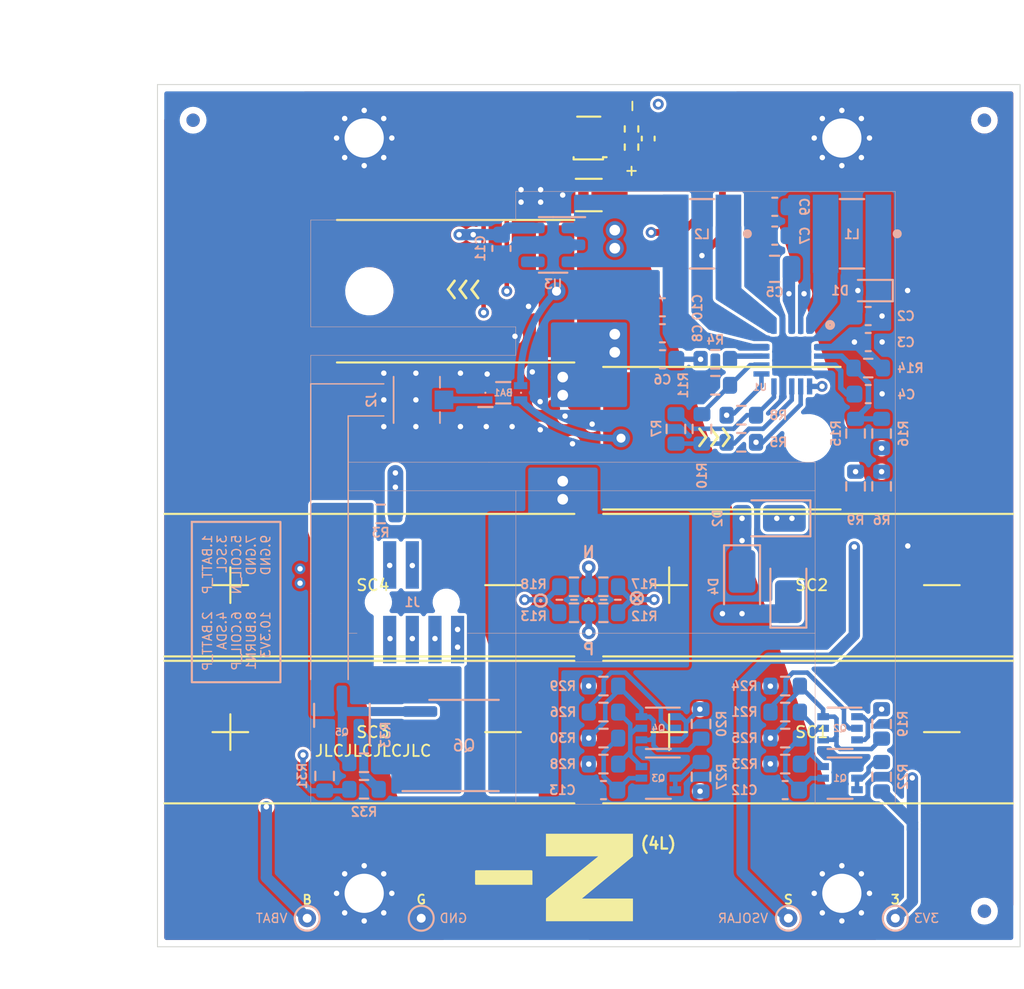
<source format=kicad_pcb>
(kicad_pcb (version 20221018) (generator pcbnew)
  (layers (0 "F.Cu" signal "Top") (1 "In1.Cu" signal) (2 "In2.Cu" signal) (31 "B.Cu" signal "Bottom") (34 "B.Paste" user) (35 "F.Paste" user) (36 "B.SilkS" user "B.Silkscreen") (37 "F.SilkS" user "F.Silkscreen") (38 "B.Mask" user) (39 "F.Mask" user) (44 "Edge.Cuts" user))
  (net 0 "")
  (net 1 "GND")
  (net 2 "+3V3")
  (net 3 "Net-(U1-VREF_SAMP)")
  (net 4 "Net-(U1-VSTOR)")
  (net 5 "VOUT_EN")
  (net 6 "VSOLAR")
  (net 7 "VBAT_OK")
  (net 8 "BATT_P")
  (net 9 "COIL_N")
  (net 10 "COIL_P")
  (net 11 "Net-(D3-K)")
  (net 12 "Net-(J2-ANT)")
  (net 13 "Net-(JP1-Pad2)")
  (net 14 "Net-(U1-LBOOST)")
  (net 15 "Net-(U1-LBUCK)")
  (net 16 "Net-(Q5-G)")
  (net 17 "Net-(Q5-D)")
  (net 18 "/coil")
  (net 19 "/VSOLAR_FULL")
  (net 20 "BURN1")
  (net 21 "Net-(U1-VBAT_OV)")
  (net 22 "Net-(U1-OK_HYST)")
  (net 23 "SDA")
  (net 24 "SCL")
  (net 25 "Net-(U1-OK_PROG)")
  (net 26 "Net-(U1-VOUT_SET)")
  (net 27 "Net-(U1-VOC_SAMP)")
  (net 28 "SCL_LS")
  (net 29 "Net-(Q1B-G1)")
  (net 30 "Net-(Q3B-G1)")
  (net 31 "Net-(Q1A-G2)")
  (net 32 "SDA_LS")
  (net 33 "Net-(Q1A-D1)")
  (net 34 "Net-(Q2A-B1)")
  (net 35 "VBAT")
  (net 36 "Net-(BA1-Pad3)")
  (net 37 "Net-(BA1-Pad4)")
  (net 38 "Net-(Q3A-G2)")
  (net 39 "/VBURN")
  (net 40 "Net-(Q3A-D1)")
  (net 41 "Net-(Q4A-B1)")
  (net 42 "Net-(U1-VRDIV)")
  (net 43 "Net-(U1-VOUT)")
  (net 44 "Net-(U2-ADDR)")
  (net 46 "Net-(JP2-Pad2)")
  (footprint "solarpanels:KXOB25-05X3F" (layer "F.Cu") (at 83.89 78.65)
    (fp_text reference "SC3")
    (fp_text value "SolarCell_Small")
  )
  (footprint "solarpanels:KXOB25-05X3F" (layer "F.Cu") (at 108.51 70.4)
    (fp_text reference "SC2")
    (fp_text value "SolarCell_Small")
  )
  (footprint "Capacitor_SMD:C_0402_1005Metric" (layer "F.Cu") (at 110.035797 45.33 -90)
    (fp_text reference "C1" hide)
    (fp_text value "0.1uF")
  )
  (footprint "Resistor_SMD:R_0402_1005Metric" (layer "F.Cu") (at 109.1 45.81 -90)
    (fp_text reference "R1" hide)
    (fp_text value "0R")
  )
  (footprint "Resistor_SMD:R_0402_1005Metric" (layer "F.Cu") (at 109.1 44.79 -90)
    (fp_text reference "R2" hide)
    (fp_text value "0R")
  )
  (footprint "solarpanels:MountingHole_2.2mm_M2_DIN965_Pad_TopBottom" (layer "F.Cu") (at 94.1 45.3)
    (fp_text reference "H2" hide)
    (fp_text value "MountingHole")
  )
  (footprint "solarpanels:KXOB25-05X3F" (layer "F.Cu") (at 108.51 78.65)
    (fp_text reference "SC1")
    (fp_text value "SolarCell_Small")
  )
  (footprint "custom-footprints:ypanel" (layer "F.Cu") (at 106.08 86.5632)
    (fp_text reference "Ref**" hide)
    (fp_text value "Val**" hide)
  )
  (footprint "solarpanels:KXOB25-05X3F" (layer "F.Cu") (at 83.89 70.4)
    (fp_text reference "SC4")
    (fp_text value "SolarCell_Small")
  )
  (footprint "Resistor_SMD:R_1206_3216Metric" (layer "F.Cu") (at 106.7 48.5 180)
    (fp_text reference "R34" hide)
    (fp_text value "1R")
  )
  (footprint "solarpanels:Burn-Wire" (layer "F.Cu") (at 105.24 62.15 180)
    (fp_text reference "JP1" hide)
    (fp_text value "BurnWire")
  )
  (footprint "solarpanels:MountingHole_2.2mm_M2_DIN965_Pad_TopBottom" (layer "F.Cu") (at 120.900012 87.700002)
    (fp_text reference "H4" hide)
    (fp_text value "MountingHole")
  )
  (footprint "solarpanels:Burn-Wire" (layer "F.Cu") (at 108.16 53.9 180)
    (fp_text reference "JP2" hide)
    (fp_text value "BurnWire")
  )
  (footprint "solarpanels:MountingHole_2.2mm_M2_DIN965_Pad_TopBottom" (layer "F.Cu") (at 94.09999 87.700002)
    (fp_text reference "H3" hide)
    (fp_text value "MountingHole")
  )
  (footprint "Fiducial:Fiducial_0.75mm_Mask1.5mm" (layer "F.Cu") (at 128.9 88.7)
    (fp_text reference "REF**" hide)
    (fp_text value "Fiducial_0.75mm_Mask1.5mm")
  )
  (footprint "solarpanels:Antenna Mount" (layer "F.Cu") (at 104.89 53.9 180)
    (fp_text reference "H6" hide)
    (fp_text value "MountingHole_Pad")
  )
  (footprint "Fiducial:Fiducial_0.75mm_Mask1.5mm" (layer "F.Cu") (at 128.9 44.3)
    (fp_text reference "REF**" hide)
    (fp_text value "Fiducial_0.75mm_Mask1.5mm")
  )
  (footprint "Fiducial:Fiducial_0.75mm_Mask1.5mm" (layer "F.Cu") (at 84.5 44.3)
    (fp_text reference "REF**" hide)
    (fp_text value "Fiducial_0.75mm_Mask1.5mm")
  )
  (footprint "solarpanels:Antenna Mount" (layer "F.Cu") (at 108.51 62.15)
    (fp_text reference "H5" hide)
    (fp_text value "MountingHole_Pad")
  )
  (footprint "Package_TO_SOT_SMD:SOT-583-8" (layer "F.Cu") (at 106.7 45.3 180)
    (fp_text reference "U2" hide)
    (fp_text value "OPT4001")
  )
  (footprint "solarpanels:MountingHole_2.2mm_M2_DIN965_Pad_TopBottom" (layer "F.Cu") (at 120.900012 45.300011)
    (fp_text reference "H1" hide)
    (fp_text value "MountingHole")
  )
  (footprint "Capacitor_SMD:C_0805_2012Metric" (layer "B.Cu") (at 117.125195 52.6436 180)
    (fp_text reference "C5")
    (fp_text value "100uF")
  )
  (footprint "Capacitor_SMD:C_0603_1608Metric" (layer "B.Cu") (at 117.135195 49.16 180)
    (fp_text reference "C9")
    (fp_text value "0.1uF")
  )
  (footprint "Capacitor_SMD:C_0603_1608Metric" (layer "B.Cu") (at 110.83 56.26 180)
    (fp_text reference "C8")
    (fp_text value "22uF")
  )
  (footprint "Capacitor_SMD:C_0603_1608Metric" (layer "B.Cu") (at 110.835 57.72 180)
    (fp_text reference "C6")
    (fp_text value "1uF")
  )
  (footprint "Capacitor_SMD:C_0603_1608Metric" (layer "B.Cu") (at 122.380195 59.6736)
    (fp_text reference "C4")
    (fp_text value "10nF")
  )
  (footprint "solarpanels:LPS4018" (layer "B.Cu") (at 113.057284 50.676056 180)
    (fp_text reference "L2")
    (fp_text value "10uH-LPS4018-103MR")
  )
  (footprint "Resistor_SMD:R_0603_1608Metric" (layer "B.Cu") (at 121.67 61.89 90)
    (fp_text reference "R15")
    (fp_text value "DNI (0R)")
  )
  (footprint "Resistor_SMD:R_0603_1608Metric" (layer "B.Cu") (at 121.67 64.855 90)
    (fp_text reference "R9")
    (fp_text value "4.53M")
  )
  (footprint "Resistor_SMD:R_0603_1608Metric" (layer "B.Cu") (at 113.8 59.18)
    (fp_text reference "R11")
    (fp_text value "4.75M")
  )
  (footprint "Resistor_SMD:R_0603_1608Metric" (layer "B.Cu") (at 111.59 61.63 -90)
    (fp_text reference "R7")
    (fp_text value "374K")
  )
  (footprint "Resistor_SMD:R_0603_1608Metric" (layer "B.Cu") (at 113.8 57.72 180)
    (fp_text reference "R4")
    (fp_text value "0R")
  )
  (footprint "Resistor_SMD:R_0603_1608Metric" (layer "B.Cu") (at 115.26 60.86)
    (fp_text reference "R8")
    (fp_text value "8.25M")
  )
  (footprint "Resistor_SMD:R_0603_1608Metric" (layer "B.Cu") (at 122.380195 58.2136)
    (fp_text reference "R14")
    (fp_text value "DNI (0R)")
  )
  (footprint "Resistor_SMD:R_0603_1608Metric" (layer "B.Cu") (at 113.05 61.63 -90)
    (fp_text reference "R10")
    (fp_text value "8.25M")
  )
  (footprint "solarpanels:QFN50P350X350X100-21N-D" (layer "B.Cu") (at 118.090195 57.5436 180)
    (fp_text reference "U1")
    (fp_text value "BQ25570RGRR" hide)
  )
  (footprint "solarpanels:LPS4018" (layer "B.Cu") (at 121.467284 50.676056 180)
    (fp_text reference "L1")
    (fp_text value "22uH-LPS4018-223MR")
  )
  (footprint "Resistor_SMD:R_0603_1608Metric" (layer "B.Cu") (at 123.13 61.89 90)
    (fp_text reference "R16")
    (fp_text value "0R")
  )
  (footprint "Resistor_SMD:R_0603_1608Metric" (layer "B.Cu") (at 115.26 62.38 180)
    (fp_text reference "R5")
    (fp_text value "7.32M")
  )
  (footprint "Capacitor_SMD:C_0603_1608Metric" (layer "B.Cu") (at 117.135195 50.78 180)
    (fp_text reference "C7")
    (fp_text value "4.7uF")
  )
  (footprint "Resistor_SMD:R_0603_1608Metric" (layer "B.Cu") (at 123.13 64.855 90)
    (fp_text reference "R6")
    (fp_text value "5.62M")
  )
  (footprint "Capacitor_SMD:C_0603_1608Metric" (layer "B.Cu") (at 122.380195 55.2936 180)
    (fp_text reference "C2")
    (fp_text value "0.1uF")
  )
  (footprint "Capacitor_SMD:C_0603_1608Metric" (layer "B.Cu") (at 122.380195 56.7536)
    (fp_text reference "C3")
    (fp_text value "4.7uF")
  )
  (footprint "TestPoint:TestPoint_THTPad_D1.0mm_Drill0.5mm" (layer "B.Cu") (at 97.3 89.1)
    (fp_text reference "TP2" hide)
    (fp_text value "TP")
  )
  (footprint "TestPoint:TestPoint_THTPad_D1.0mm_Drill0.5mm" (layer "B.Cu") (at 123.9 89.1)
    (fp_text reference "TP3" hide)
    (fp_text value "TP")
  )
  (footprint "TestPoint:TestPoint_THTPad_D1.0mm_Drill0.5mm" (layer "B.Cu") (at 90.9 89.1)
    (fp_text reference "TP4" hide)
    (fp_text value "TP")
  )
  (footprint "TestPoint:TestPoint_THTPad_D1.0mm_Drill0.5mm" (layer "B.Cu") (at 117.9 89.1)
    (fp_text reference "TP1" hide)
    (fp_text value "TP")
  )
  (footprint "Resistor_SMD:R_0603_1608Metric" (layer "B.Cu") (at 105.87 70.49)
    (fp_text reference "R18")
    (fp_text value "0R")
  )
  (footprint "Resistor_SMD:R_0603_1608Metric" (layer "B.Cu") (at 107.52 70.49)
    (fp_text reference "R17")
    (fp_text value "0R")
  )
  (footprint "Resistor_SMD:R_0603_1608Metric" (layer "B.Cu") (at 107.52 71.95)
    (fp_text reference "R12")
    (fp_text value "0R")
  )
  (footprint "Resistor_SMD:R_0603_1608Metric" (layer "B.Cu") (at 105.87 71.95)
    (fp_text reference "R13")
    (fp_text value "0R")
  )
  (footprint "Diode_SMD:D_SOD-523" (layer "B.Cu") (at 122.5 53.8636 180)
    (fp_text reference "D1")
    (fp_text value "SZMM5Z5V1T1G")
  )
  (footprint "Resistor_SMD:R_0603_1608Metric" (layer "B.Cu") (at 123.13 81.155 90)
    (fp_text reference "R22")
    (fp_text value "100K")
  )
  (footprint "Resistor_SMD:R_0603_1608Metric" (layer "B.Cu") (at 107.525 77.525)
    (fp_text reference "R26")
    (fp_text value "680R")
  )
  (footprint "Capacitor_SMD:C_0603_1608Metric" (layer "B.Cu") (at 101.8 51.5 -90)
    (fp_text reference "C11")
    (fp_text value "0.1uF")
  )
  (footprint "Fiducial:Fiducial_0.75mm_Mask1.5mm" (layer "B.Cu") (at 128.9 44.3 180)
    (fp_text reference "REF**" hide)
    (fp_text value "Fiducial_0.75mm_Mask1.5mm")
  )
  (footprint "Resistor_SMD:R_0603_1608Metric" (layer "B.Cu") (at 117.72 77.525)
    (fp_text reference "R21")
    (fp_text value "680R")
  )
  (footprint "Resistor_SMD:R_0603_1608Metric" (layer "B.Cu") (at 113 78.19 90)
    (fp_text reference "R20")
    (fp_text value "DNI (0R)")
  )
  (footprint "Capacitor_SMD:C_0603_1608Metric" (layer "B.Cu") (at 117.72 81.905 180)
    (fp_text reference "C12")
    (fp_text value "10nF")
  )
  (footprint "solarpanels:ATB2012" (layer "B.Cu") (at 101.9 59.6)
    (fp_text reference "BA1")
    (fp_text value "ATB2012-50011-T000")
  )
  (footprint "Resistor_SMD:R_0603_1608Metric" (layer "B.Cu") (at 113 81.155 90)
    (fp_text reference "R27")
    (fp_text value "100K")
  )
  (footprint "Resistor_SMD:R_0603_1608Metric" (layer "B.Cu") (at 91.88 81.11 90)
    (fp_text reference "R31")
    (fp_text value "10K")
  )
  (footprint "Resistor_SMD:R_0603_1608Metric" (layer "B.Cu") (at 123.13 78.19 90)
    (fp_text reference "R19")
    (fp_text value "DNI (0R)")
  )
  (footprint "Resistor_SMD:R_0603_1608Metric" (layer "B.Cu") (at 94.09 80.37)
    (fp_text reference "R33")
    (fp_text value "100K")
  )
  (footprint "Resistor_SMD:R_0603_1608Metric" (layer "B.Cu") (at 94.09 81.86 180)
    (fp_text reference "R32")
    (fp_text value "4.7K")
  )
  (footprint "Diode_SMD:D_PowerDI-123" (layer "B.Cu") (at 116.825 66.65 180)
    (fp_text reference "D2")
    (fp_text value "DFLS130L-7")
  )
  (footprint "Resistor_SMD:R_0603_1608Metric" (layer "B.Cu") (at 117.72 80.445)
    (fp_text reference "R23")
    (fp_text value "10K")
  )
  (footprint "Fiducial:Fiducial_0.75mm_Mask1.5mm" (layer "B.Cu") (at 128.9 88.7 180)
    (fp_text reference "REF**" hide)
    (fp_text value "Fiducial_0.75mm_Mask1.5mm")
  )
  (footprint "Fiducial:Fiducial_0.75mm_Mask1.5mm" (layer "B.Cu") (at 84.5 44.3 180)
    (fp_text reference "REF**" hide)
    (fp_text value "Fiducial_0.75mm_Mask1.5mm")
  )
  (footprint "Resistor_SMD:R_0603_1608Metric" (layer "B.Cu") (at 107.525 78.985)
    (fp_text reference "R30")
    (fp_text value "200K")
  )
  (footprint "Resistor_SMD:R_0603_1608Metric" (layer "B.Cu") (at 117.72 76.065)
    (fp_text reference "R24")
    (fp_text value "10K")
  )
  (footprint "Package_TO_SOT_SMD:SOT-363_SC-70-6" (layer "B.Cu") (at 110.605 81.235 180)
    (fp_text reference "Q3")
    (fp_text value "NX3008NBKS")
  )
  (footprint "custom-footprints:pycubed_mini_half" (layer "B.Cu") (at 106.8 44.6 180)
    (fp_text reference "Ref**" hide)
    (fp_text value "Val**" hide)
  )
  (footprint "Resistor_SMD:R_0603_1608Metric" (layer "B.Cu") (at 95.025 66.4)
    (fp_text reference "R3")
    (fp_text value "0R")
  )
  (footprint "Package_TO_SOT_SMD:SOT-23" (layer "B.Cu") (at 92.85 77.71 90)
    (fp_text reference "Q5")
    (fp_text value "IRLML2803")
  )
  (footprint "Resistor_SMD:R_0603_1608Metric" (layer "B.Cu") (at 117.72 78.985)
    (fp_text reference "R25")
    (fp_text value "200K")
  )
  (footprint "mainboard:U.FL-R-SMT-1" (layer "B.Cu") (at 97.05 60 -90)
    (fp_text reference "J2")
    (fp_text value "U.FL-R-SMT-1")
  )
  (footprint "Package_TO_SOT_SMD:SOT-363_SC-70-6" (layer "B.Cu") (at 120.8 78.435 180)
    (fp_text reference "Q2")
    (fp_text value "MBT2222ADW1T1")
  )
  (footprint "Resistor_SMD:R_0603_1608Metric" (layer "B.Cu") (at 107.525 76.065)
    (fp_text reference "R29")
    (fp_text value "10K")
  )
  (footprint "Package_TO_SOT_SMD:SOT-363_SC-70-6" (layer "B.Cu") (at 120.8 81.235 180)
    (fp_text reference "Q1")
    (fp_text value "NX3008NBKS")
  )
  (footprint "Package_TO_SOT_SMD:SOT-23-5" (layer "B.Cu") (at 104.7 51.3 180)
    (fp_text reference "U3")
    (fp_text value "MAX40200AUK")
  )
  (footprint "Package_SO:SOIC-8_3.9x4.9mm_P1.27mm" (layer "B.Cu") (at 99.7 79.4)
    (fp_text reference "Q6")
    (fp_text value "IRF7404")
  )
  (footprint "Package_TO_SOT_SMD:SOT-363_SC-70-6" (layer "B.Cu") (at 110.605 78.435 180)
    (fp_text reference "Q4")
    (fp_text value "MBT2222ADW1T1")
  )
  (footprint "Capacitor_SMD:C_0603_1608Metric" (layer "B.Cu") (at 107.525 81.905 180)
    (fp_text reference "C13")
    (fp_text value "10nF")
  )
  (footprint "Resistor_SMD:R_0603_1608Metric" (layer "B.Cu") (at 107.525 80.445)
    (fp_text reference "R28")
    (fp_text value "10K")
  )
  (footprint "Capacitor_SMD:C_0603_1608Metric" (layer "B.Cu") (at 110.83096 54.8 180)
    (fp_text reference "C10")
    (fp_text value "0.1uF")
  )
  (footprint "Diode_SMD:D_PowerDI-123" (layer "B.Cu") (at 115.3 70.475 -90)
    (fp_text reference "D4")
    (fp_text value "DFLS130L-7")
  )
  (footprint "solarpanels:SAMTEC-FTS-105-01-X-DV-A" (layer "B.Cu") (at 96.8 71.36 180)
    (fp_text reference "J1")
    (fp_text value "FTS-105-01-X-DV-A")
  )
  (footprint "Diode_SMD:D_PowerDI-123" (layer "B.Cu") (at 117.9 70.475 90)
    (fp_text reference "D3" hide)
    (fp_text value "DFLS130L-7")
  )
  (gr_line (start 106.02875 71.22) (end 105.71125 71.22) (stroke (width 0.12)) (layer "B.SilkS"))
  (gr_line (start 106.53125 71.2) (end 106.84875 71.2) (stroke (width 0.12)) (layer "B.SilkS"))
  (gr_line (start 107.37125 71.22) (end 107.68875 71.22) (stroke (width 0.12)) (layer "B.SilkS"))
  (gr_line (start 104.89125 71.22) (end 105.20875 71.22) (stroke (width 0.12)) (layer "B.SilkS"))
  (gr_line (start 108.48875 71.22) (end 108.17125 71.22) (stroke (width 0.12)) (layer "B.SilkS"))
  (gr_line (start 93.2 65.05) (end 93.2 60.9) (stroke (width 0.0762)) (layer "B.SilkS"))
  (gr_line (start 91.1 82.7) (end 91.1 65.1) (stroke (width 0.0254)) (layer "B.SilkS"))
  (gr_line (start 93.7 74.7) (end 93.2 74.7) (stroke (width 0.0254)) (layer "B.SilkS"))
  (gr_line (start 99.9 73.1) (end 119.4 73.1) (stroke (width 0.0254)) (layer "B.SilkS"))
  (gr_line (start 91.1 71.99) (end 91.1 75.7) (stroke (width 0.0762)) (layer "B.SilkS"))
  (gr_line (start 102.6 55.9) (end 91.1 55.9) (stroke (width 0.0254)) (layer "B.SilkS"))
  (gr_line (start 91.1 59.1) (end 95.2 59.1) (stroke (width 0.0762)) (layer "B.SilkS"))
  (gr_line (start 101.1 63.5) (end 119.4 63.5) (stroke (width 0.0254)) (layer "B.SilkS"))
  (gr_line (start 99.9 74.7) (end 119.4 74.7) (stroke (width 0.0254)) (layer "B.SilkS"))
  (gr_rect (start 84.43 66.85) (end 89.4 75.85) (stroke (width 0.12)) (fill none) (layer "B.SilkS"))
  (gr_line (start 93.2 60.9) (end 95.2 60.9) (stroke (width 0.0762)) (layer "B.SilkS"))
  (gr_line (start 91.1 57.5) (end 102.6 57.5) (stroke (width 0.0254)) (layer "B.SilkS"))
  (gr_line (start 119.4 63.5) (end 119.4 82.7) (stroke (width 0.0254)) (layer "B.SilkS"))
  (gr_line (start 101.1 63.5) (end 93.2 63.5) (stroke (width 0.0254)) (layer "B.SilkS"))
  (gr_line (start 93.7 73.1) (end 93.2 73.1) (stroke (width 0.0254)) (layer "B.SilkS"))
  (gr_line (start 123.9 48.3) (end 123.9 82.7) (stroke (width 0.0254)) (layer "B.SilkS"))
  (gr_line (start 93.2 65.05) (end 93.2 71.94) (stroke (width 0.0762)) (layer "B.SilkS"))
  (gr_line (start 102.6 48.3) (end 123.9 48.3) (stroke (width 0.0254)) (layer "B.SilkS"))
  (gr_line (start 91.1 65.1) (end 91.1 59.1) (stroke (width 0.0762)) (layer "B.SilkS"))
  (gr_line (start 123.9 82.7) (end 91.1 82.7) (stroke (width 0.0254)) (layer "B.SilkS"))
  (gr_line (start 91.1 55.9) (end 91.1 49.9) (stroke (width 0.0254)) (layer "B.SilkS"))
  (gr_line (start 91.1 49.9) (end 102.6 49.9) (stroke (width 0.0254)) (layer "B.SilkS"))
  (gr_line (start 102.6 55.9) (end 102.6 57.5) (stroke (width 0.0254)) (layer "B.SilkS"))
  (gr_line (start 91.1 63.5) (end 91.1 57.5) (stroke (width 0.0254)) (layer "B.SilkS"))
  (gr_line (start 102.6 49.9) (end 102.6 48.3) (stroke (width 0.0254)) (layer "B.SilkS"))
  (gr_line (start 93.2 71.95) (end 93.2 75.7) (stroke (width 0.0762)) (layer "B.SilkS"))
  (gr_line (start 102.61 82.7) (end 102.61 65.1) (stroke (width 0.0254)) (layer "B.SilkS"))
  (gr_line (start 93.2 65.1) (end 119.4 65.1) (stroke (width 0.0254)) (layer "B.SilkS"))
  (gr_line (start 91.1 65.1) (end 91.1 71.99) (stroke (width 0.0762)) (layer "B.SilkS"))
  (gr_line (start 82.5 90.7) (end 82.5 42.3) (stroke (width 0.05)) (layer "Edge.Cuts"))
  (gr_line (start 82.5 42.3) (end 130.9 42.3) (stroke (width 0.05)) (layer "Edge.Cuts"))
  (gr_line (start 82.5 90.7) (end 130.9 90.7) (stroke (width 0.05)) (layer "Edge.Cuts"))
  (gr_line (start 130.9 42.3) (end 130.9 90.7) (stroke (width 0.05)) (layer "Edge.Cuts"))
  (gr_text "GND" (at 99.93 89.1) (layer "B.SilkS") (effects (font (size 0.508 0.508) (thickness 0.0762)) (justify left mirror)))
  (gr_text "VSOLAR" (at 116.81 89.1) (layer "B.SilkS") (effects (font (size 0.508 0.508) (thickness 0.0762)) (justify left mirror)))
  (gr_text "VBAT" (at 89.84 89.1) (layer "B.SilkS") (effects (font (size 0.508 0.508) (thickness 0.0762)) (justify left mirror)))
  (gr_text "3V3" (at 126.4 89.1) (layer "B.SilkS") (effects (font (size 0.508 0.508) (thickness 0.0762)) (justify left mirror)))
  (gr_text "P" (at 106.69 74) (layer "B.SilkS") (effects (font (size 0.635 0.635) (thickness 0.127)) (justify mirror)))
  (gr_text "N" (at 106.69 68.49 180) (layer "B.SilkS") (effects (font (size 0.635 0.635) (thickness 0.127)) (justify mirror)))
  (gr_text "2.BATT_P\n4.SDA\n6.COIL_P\n8.BURN1\n10.3V3" (at 86.94 71.825 90) (layer "B.SilkS") (effects (font (size 0.508 0.508) (thickness 0.0762)) (justify left mirror)))
  (gr_text "⊗" (at 109.4 71.2 180) (layer "B.SilkS") (effects (font (size 0.889 0.889) (thickness 0.127)) (justify mirror)))
  (gr_text "1.BATT_P\n3.SCL\n5.COIL_N\n7.GND\n9.GND" (at 86.94 67.525 90) (layer "B.SilkS") (effects (font (size 0.508 0.508) (thickness 0.0762)) (justify left mirror)))
  (gr_text "⊙" (at 104 71.2) (layer "B.SilkS") (effects (font (size 0.889 0.889) (thickness 0.127)) (justify mirror)))
  (gr_text "+" (at 109.1 47.1) (layer "F.SilkS") (effects (font (size 0.635 0.635) (thickness 0.1016))))
  (gr_text "^" (at 113.1 62.1 270) (layer "F.SilkS") (effects (font (size 2.54 2.54))))
  (gr_text "(4L)" (at 110.6 84.9) (layer "F.SilkS") (effects (font (size 0.635 0.635) (thickness 0.127))))
  (gr_text "^" (at 111.78 62.1 270) (layer "F.SilkS") (effects (font (size 2.54 2.54))))
  (gr_text "^" (at 112.45 62.1 270) (layer "F.SilkS") (effects (font (size 2.54 2.54))))
  (gr_text "G" (at 97.3 88.05) (layer "F.SilkS") (effects (font (size 0.508 0.508) (thickness 0.1016))))
  (gr_text "JLCJLCJLCJLC" (at 94.6 79.7) (layer "F.SilkS") (effects (font (size 0.635 0.635) (thickness 0.1016))))
  (gr_text "3" (at 123.9 88.05) (layer "F.SilkS") (effects (font (size 0.508 0.508) (thickness 0.1016))))
  (gr_text "-" (at 109.1 43.5 90) (layer "F.SilkS") (effects (font (size 0.635 0.635) (thickness 0.1016))))
  (gr_text "B" (at 90.9 88.06) (layer "F.SilkS") (effects (font (size 0.508 0.508) (thickness 0.1016))))
  (gr_text "^" (at 100.95 53.8 90) (layer "F.SilkS") (effects (font (size 2.54 2.54))))
  (gr_text "^" (at 100.3 53.8 90) (layer "F.SilkS") (effects (font (size 2.54 2.54))))
  (gr_text "S" (at 117.9 88.05) (layer "F.SilkS") (effects (font (size 0.508 0.508) (thickness 0.1016))))
  (gr_text "^" (at 101.62 53.8 90) (layer "F.SilkS") (effects (font (size 2.54 2.54))))
  (gr_text "^" (at 106.69 71.75) (layer "F.SilkS") (effects (font (size 1 1))))
  (segment (start 112.35 44.55) (end 107.44 44.55) (width 0.381) (layer "F.Cu") (net 1))
  (segment (start 114.2 46.4) (end 112.35 44.55) (width 0.381) (layer "F.Cu") (net 1))
  (segment (start 114.2 50.75) (end 114.2 46.4) (width 0.381) (layer "F.Cu") (net 1))
  (segment (start 113.05 51.9) (end 114.2 50.75) (width 0.381) (layer "F.Cu") (net 1))
  (via (at 102.9 48.9) (size 0.6096) (drill 0.3048) (layers "F.Cu" "B.Cu") (net 1))
  (via (at 113.05 51.9) (size 0.6096) (drill 0.3048) (layers "F.Cu" "B.Cu") (net 1))
  (via (at 104 48.201689) (size 0.6096) (drill 0.3048) (layers "F.Cu" "B.Cu") (net 1))
  (via (at 103.980099 61.676133) (size 0.6096) (drill 0.3048) (layers "F.Cu" "B.Cu") (net 1))
  (via (at 121.8 53.8636) (size 0.6096) (drill 0.3048) (layers "F.Cu" "B.Cu") (net 1))
  (via (at 103.97 60.1) (size 0.6096) (drill 0.3048) (layers "F.Cu" "B.Cu") (net 1))
  (via (at 99.5 61.5) (size 0.6096) (drill 0.3048) (layers "F.Cu" "B.Cu") (net 1))
  (via (at 101 58.55) (size 0.6096) (drill 0.3048) (layers "F.Cu" "B.Cu") (net 1))
  (via (at 102.56 56.43) (size 0.6096) (drill 0.3048) (layers "F.Cu" "B.Cu") (net 1))
  (via (at 105.787905 62.463314) (size 0.6096) (drill 0.3048) (layers "F.Cu" "B.Cu") (net 1))
  (via (at 105.2375 48.5) (size 0.6096) (drill 0.3048) (layers "F.Cu" "B.Cu") (net 1))
  (via (at 102.9 48.201689) (size 0.6096) (drill 0.3048) (layers "F.Cu" "B.Cu") (net 1))
  (via (at 95.2 58.5) (size 0.6096) (drill 0.3048) (layers "F.Cu" "B.Cu") (net 1))
  (via (at 102.4 61.5) (size 0.6096) (drill 0.3048) (layers "F.Cu" "B.Cu") (net 1))
  (via (at 105.37 60.91) (size 0.6096) (drill 0.3048) (layers "F.Cu" "B.Cu") (net 1))
  (via (at 100.95 61.5) (size 0.6096) (drill 0.3048) (layers "F.Cu" "B.Cu") (net 1))
  (via (at 123.16 59.66) (size 0.6096) (drill 0.3048) (layers "F.Cu" "B.Cu") (net 1))
  (via (at 99.5 58.5) (size 0.6096) (drill 0.3048) (layers "F.Cu" "B.Cu") (net 1))
  (via (at 103.531799 58.429759) (size 0.6096) (drill 0.3048) (layers "F.Cu" "B.Cu") (net 1))
  (via (at 124.6 68.2) (size 0.6096) (drill 0.3048) (layers "F.Cu" "B.Cu") (net 1))
  (via (at 124.59 53.86) (size 0.6096) (drill 0.3048) (layers "F.Cu" "B.Cu") (net 1))
  (via (at 97 60) (size 0.6096) (drill 0.3048) (layers "F.Cu" "B.Cu") (net 1))
  (via (at 95.2 60) (size 0.6096) (drill 0.3048) (layers "F.Cu" "B.Cu") (net 1))
  (via (at 97 61.5) (size 0.6096) (drill 0.3048) (layers "F.Cu" "B.Cu") (net 1))
  (via (at 95.2 61.5) (size 0.6096) (drill 0.3048) (layers "F.Cu" "B.Cu") (net 1))
  (via (at 103.32 54.75) (size 0.6096) (drill 0.3048) (layers "F.Cu" "B.Cu") (net 1))
  (via (at 97 58.5) (size 0.6096) (drill 0.3048) (layers "F.Cu" "B.Cu") (net 1))
  (via (at 104 48.9) (size 0.6096) (drill 0.3048) (layers "F.Cu" "B.Cu") (net 1))
  (via (at 106.89 61.36) (size 0.6096) (drill 0.3048) (layers "F.Cu" "B.Cu") (net 1))
  (via (at 123.16 56.75) (size 0.6096) (drill 0.3048) (layers "F.Cu" "B.Cu") (net 1))
  (segment (start 111.975 46.05) (end 107.44 46.05) (width 0.381) (layer "F.Cu") (net 2))
  (segment (start 110.2 50.6) (end 111.95 50.6) (width 0.381) (layer "F.Cu") (net 2))
  (segment (start 112.9 49.65) (end 112.9 46.975) (width 0.381) (layer "F.Cu") (net 2))
  (segment (start 112.9 46.975) (end 111.975 46.05) (width 0.381) (layer "F.Cu") (net 2))
  (segment (start 111.95 50.6) (end 112.9 49.65) (width 0.381) (layer "F.Cu") (net 2))
  (via (at 99.34 72.89) (size 0.6096) (drill 0.3048) (layers "F.Cu" "B.Cu") (net 2))
  (via (at 99.425 50.725) (size 0.6096) (drill 0.3048) (layers "F.Cu" "B.Cu") (net 2))
  (via (at 106.7 80.445) (size 0.6096) (drill 0.3048) (layers "F.Cu" "B.Cu") (net 2))
  (via (at 100.2163 50.725) (size 0.6096) (drill 0.3048) (layers "F.Cu" "B.Cu") (net 2))
  (via (at 124.85 81.22) (size 0.6096) (drill 0.3048) (layers "F.Cu" "B.Cu") (net 2))
  (via (at 99.34 73.88) (size 0.6096) (drill 0.3048) (layers "F.Cu" "B.Cu") (net 2))
  (via (at 112.945 81.97) (size 0.6096) (drill 0.3048) (layers "F.Cu" "B.Cu") (net 2))
  (via (at 116.89 76.07) (size 0.6096) (drill 0.3048) (layers "F.Cu" "B.Cu") (net 2))
  (via (at 106.695 76.06) (size 0.6096) (drill 0.3048) (layers "F.Cu" "B.Cu") (net 2))
  (via (at 110.2 50.6) (size 0.6096) (drill 0.3048) (layers "F.Cu" "B.Cu") (net 2))
  (via (at 116.89 80.43) (size 0.6096) (drill 0.3048) (layers "F.Cu" "B.Cu") (net 2))
  (segment (start 124.86 81.23) (end 124.86 84.11) (width 0.635) (layer "B.Cu") (net 2))
  (segment (start 103.5625 50.35) (end 102.175 50.35) (width 0.635) (layer "B.Cu") (net 2))
  (segment (start 124.86 88.14) (end 123.9 89.1) (width 0.635) (layer "B.Cu") (net 2))
  (segment (start 123.13 81.98) (end 124.86 83.71) (width 0.635) (layer "B.Cu") (net 2))
  (segment (start 100.8 50.725) (end 101.8 50.725) (width 0.635) (layer "B.Cu") (net 2))
  (segment (start 99.425 50.725) (end 100.8 50.725) (width 0.635) (layer "B.Cu") (net 2))
  (segment (start 124.86 84.11) (end 124.86 88.14) (width 0.635) (layer "B.Cu") (net 2))
  (segment (start 124.86 83.71) (end 124.86 84.11) (width 0.635) (layer "B.Cu") (net 2))
  (segment (start 100.2163 50.725) (end 100.8 50.725) (width 0.635) (layer "B.Cu") (net 2))
  (segment (start 102.175 50.35) (end 101.8 50.725) (width 0.635) (layer "B.Cu") (net 2))
  (segment (start 124.85 81.22) (end 124.86 81.23) (width 0.635) (layer "B.Cu") (net 2))
  (segment (start 120.5136 58.0436) (end 120.84 58.37) (width 0.3048) (layer "B.Cu") (net 3))
  (segment (start 120.84 59.34) (end 121.1736 59.6736) (width 0.3048) (layer "B.Cu") (net 3))
  (segment (start 120.84 58.37) (end 120.84 59.34) (width 0.3048) (layer "B.Cu") (net 3))
  (segment (start 121.1736 59.6736) (end 121.605195 59.6736) (width 0.3048) (layer "B.Cu") (net 3))
  (segment (start 119.790195 58.0436) (end 120.5136 58.0436) (width 0.3048) (layer "B.Cu") (net 3))
  (via (at 118.78 54.04) (size 0.6096) (drill 0.3048) (layers "F.Cu" "B.Cu") (net 4))
  (via (at 123.13 62.715) (size 0.6096) (drill 0.3048) (layers "F.Cu" "B.Cu") (net 4))
  (via (at 119.79 59.24) (size 0.6096) (drill 0.3048) (layers "F.Cu" "B.Cu") (net 5))
  (via (at 112.975 57.72) (size 0.6096) (drill 0.3048) (layers "F.Cu" "B.Cu") (net 5))
  (segment (start 119.79 59.24) (end 119.7864 59.2436) (width 0.3048) (layer "B.Cu") (net 5))
  (segment (start 112.975 57.72) (end 111.61 57.72) (width 0.3048) (layer "B.Cu") (net 5))
  (segment (start 119.7864 59.2436) (end 119.090195 59.2436) (width 0.3048) (layer "B.Cu") (net 5))
  (via (at 123.155195 55.2936) (size 0.6096) (drill 0.3048) (layers "F.Cu" "B.Cu") (net 6))
  (via (at 117.25 66.65) (size 0.6096) (drill 0.3048) (layers "F.Cu" "B.Cu") (net 6))
  (via (at 121.6 68.25) (size 0.6096) (drill 0.3048) (layers "F.Cu" "B.Cu") (net 6))
  (via (at 118.1 66.65) (size 0.6096) (drill 0.3048) (layers "F.Cu" "B.Cu") (net 6))
  (via (at 121.605195 56.7536) (size 0.6096) (drill 0.3048) (layers "F.Cu" "B.Cu") (net 6))
  (segment (start 116.8 74.5) (end 120.3 74.5) (width 0.635) (layer "B.Cu") (net 6))
  (segment (start 120.3 74.5) (end 121.6 73.2) (width 0.635) (layer "B.Cu") (net 6))
  (segment (start 123.1136 58.2136) (end 123.205195 58.2136) (width 0.635) (layer "B.Cu") (net 6))
  (segment (start 121.6 73.2) (end 121.6 68.25) (width 0.635) (layer "B.Cu") (net 6))
  (segment (start 121.6536 56.7536) (end 123.1136 58.2136) (width 0.635) (layer "B.Cu") (net 6))
  (segment (start 117.9 89.1) (end 115.3 86.5) (width 0.635) (layer "B.Cu") (net 6))
  (segment (start 115.3 86.5) (end 115.3 76) (width 0.635) (layer "B.Cu") (net 6))
  (segment (start 115.3 76) (end 116.8 74.5) (width 0.635) (layer "B.Cu") (net 6))
  (segment (start 116.390195 57.5436) (end 114.8014 57.5436) (width 0.3048) (layer "B.Cu") (net 7))
  (via (at 106.7 69.4) (size 0.762) (drill 0.381) (layers "F.Cu" "B.Cu") (net 9))
  (via (at 96.8 69.3) (size 0.6096) (drill 0.3048) (layers "F.Cu" "B.Cu") (net 9))
  (segment (start 106.7 70.485) (end 106.695 70.49) (width 0.381) (layer "B.Cu") (net 9))
  (segment (start 106.7 69.4) (end 106.7 70.485) (width 0.381) (layer "B.Cu") (net 9))
  (via (at 106.7 73.05) (size 0.762) (drill 0.381) (layers "F.Cu" "B.Cu") (net 10))
  (via (at 96.8 73.4) (size 0.6096) (drill 0.3048) (layers "F.Cu" "B.Cu") (net 10))
  (segment (start 106.7 71.955) (end 106.695 71.95) (width 0.381) (layer "B.Cu") (net 10))
  (segment (start 106.7 73.05) (end 106.7 71.955) (width 0.381) (layer "B.Cu") (net 10))
  (via (at 115.3 72) (size 0.6096) (drill 0.3048) (layers "F.Cu" "B.Cu") (net 11))
  (via (at 114.2 72) (size 0.6096) (drill 0.3048) (layers "F.Cu" "B.Cu") (net 11))
  (segment (start 115.3 72) (end 114.2 72) (width 1.0414) (layer "B.Cu") (net 11))
  (segment (start 115.3 72) (end 117.9 72) (width 1.0414) (layer "B.Cu") (net 11))
  (segment (start 117.9 72) (end 117.9 71.325) (width 0.254) (layer "B.Cu") (net 11))
  (segment (start 100.925 60) (end 98.575 60) (width 0.381) (layer "B.Cu") (net 12))
  (segment (start 93.82 78.6475) (end 94.0714 78.8989) (width 0.508) (layer "B.Cu") (net 16))
  (segment (start 94.0714 81.0264) (end 94.915 81.87) (width 0.508) (layer "B.Cu") (net 16))
  (segment (start 94.0714 78.8989) (end 94.0714 81.0264) (width 0.508) (layer "B.Cu") (net 16))
  (segment (start 92.87 79.995) (end 92.87 76.7725) (width 0.508) (layer "B.Cu") (net 17))
  (segment (start 92.895 77.495) (end 97.0838 77.495) (width 0.508) (layer "B.Cu") (net 17))
  (segment (start 93.265 80.39) (end 92.87 79.995) (width 0.508) (layer "B.Cu") (net 17))
  (segment (start 92.87 76.7725) (end 92.87 77.47) (width 0.508) (layer "B.Cu") (net 17))
  (segment (start 92.87 77.47) (end 92.895 77.495) (width 0.508) (layer "B.Cu") (net 17))
  (via (at 110.6 43.4) (size 0.6096) (drill 0.3048) (layers "F.Cu" "B.Cu") (net 18))
  (via (at 110.37 71.21) (size 0.6096) (drill 0.3048) (layers "F.Cu" "B.Cu") (net 18))
  (via (at 103.1 71.22) (size 0.6096) (drill 0.3048) (layers "F.Cu" "B.Cu") (net 18))
  (segment (start 104.315 71.22) (end 105.045 70.49) (width 0.3048) (layer "B.Cu") (net 18))
  (segment (start 108.345 71.93) (end 109.065 71.21) (width 0.3048) (layer "B.Cu") (net 18))
  (segment (start 110.37 71.21) (end 109.065 71.21) (width 0.3048) (layer "B.Cu") (net 18))
  (segment (start 105.045 71.95) (end 104.315 71.22) (width 0.3048) (layer "B.Cu") (net 18))
  (segment (start 109.065 71.21) (end 108.345 70.49) (width 0.3048) (layer "B.Cu") (net 18))
  (segment (start 103.1 71.22) (end 104.315 71.22) (width 0.3048) (layer "B.Cu") (net 18))
  (via (at 90.5 70.29) (size 0.6096) (drill 0.3048) (layers "F.Cu" "B.Cu") (net 19))
  (via (at 115.3 66.65) (size 0.6096) (drill 0.3048) (layers "F.Cu" "B.Cu") (net 19))
  (via (at 90.5 69.48) (size 0.6096) (drill 0.3048) (layers "F.Cu" "B.Cu") (net 19))
  (via (at 115.3 67.9) (size 0.6096) (drill 0.3048) (layers "F.Cu" "B.Cu") (net 19))
  (segment (start 115.3 69.625) (end 115.3 66.65) (width 1.0414) (layer "B.Cu") (net 19))
  (via (at 90.67 79.93) (size 0.6096) (drill 0.3048) (layers "F.Cu" "B.Cu") (net 20))
  (via (at 98.07 73.4) (size 0.6096) (drill 0.3048) (layers "F.Cu" "B.Cu") (net 20))
  (segment (start 91.88 81.945) (end 93.19 81.945) (width 0.3048) (layer "B.Cu") (net 20))
  (segment (start 91.115 81.945) (end 91.88 81.945) (width 0.3048) (layer "B.Cu") (net 20))
  (segment (start 90.67 79.93) (end 90.67 81.5) (width 0.3048) (layer "B.Cu") (net 20))
  (segment (start 90.67 81.5) (end 91.115 81.945) (width 0.3048) (layer "B.Cu") (net 20))
  (via (at 123.13 64.03) (size 0.6096) (drill 0.3048) (layers "F.Cu" "B.Cu") (net 21))
  (via (at 116.085 62.38) (size 0.6096) (drill 0.3048) (layers "F.Cu" "B.Cu") (net 21))
  (segment (start 118.590195 60.259805) (end 118.590195 59.2436) (width 0.254) (layer "B.Cu") (net 21))
  (segment (start 116.085 62.49) (end 116.36 62.49) (width 0.254) (layer "B.Cu") (net 21))
  (segment (start 116.36 62.49) (end 118.590195 60.259805) (width 0.254) (layer "B.Cu") (net 21))
  (segment (start 115.58 60.86) (end 115.1144 61.3256) (width 0.254) (layer "B.Cu") (net 22))
  (segment (start 115.1144 61.3256) (end 115.1144 61.333574) (width 0.254) (layer "B.Cu") (net 22))
  (segment (start 116.085 60.86) (end 115.58 60.86) (width 0.254) (layer "B.Cu") (net 22))
  (segment (start 117.090195 59.854805) (end 116.085 60.86) (width 0.254) (layer "B.Cu") (net 22))
  (segment (start 112.525 61.62) (end 111.59 60.685) (width 0.254) (layer "B.Cu") (net 22))
  (segment (start 117.090195 59.2436) (end 117.090195 59.854805) (width 0.254) (layer "B.Cu") (net 22))
  (segment (start 114.827974 61.62) (end 112.525 61.62) (width 0.254) (layer "B.Cu") (net 22))
  (segment (start 115.1144 61.333574) (end 114.827974 61.62) (width 0.254) (layer "B.Cu") (net 22))
  (via (at 95.55 73.4) (size 0.6096) (drill 0.3048) (layers "F.Cu" "B.Cu") (net 23))
  (via (at 112.935 77.365) (size 0.6096) (drill 0.3048) (layers "F.Cu" "B.Cu") (net 23))
  (segment (start 111.89 79.085) (end 111.555 79.085) (width 0.254) (layer "B.Cu") (net 23))
  (segment (start 111.87 77.785) (end 112.1594 78.0744) (width 0.254) (layer "B.Cu") (net 23))
  (segment (start 112.1594 78.7344) (end 112.1594 78.1406) (width 0.254) (layer "B.Cu") (net 23))
  (segment (start 111.555 77.785) (end 111.87 77.785) (width 0.254) (layer "B.Cu") (net 23))
  (segment (start 112.1594 78.8156) (end 111.89 79.085) (width 0.254) (layer "B.Cu") (net 23))
  (segment (start 112.1594 78.0744) (end 112.1594 78.7344) (width 0.254) (layer "B.Cu") (net 23))
  (segment (start 112.1594 78.7344) (end 112.1594 78.8156) (width 0.254) (layer "B.Cu") (net 23))
  (segment (start 112.1594 78.1406) (end 112.935 77.365) (width 0.254) (layer "B.Cu") (net 23))
  (via (at 95.5294 69.2912) (size 0.6096) (drill 0.3048) (layers "F.Cu" "B.Cu") (net 24))
  (via (at 123.13 77.365) (size 0.6096) (drill 0.3048) (layers "F.Cu" "B.Cu") (net 24))
  (segment (start 122.085 77.785) (end 122.36 78.06) (width 0.254) (layer "B.Cu") (net 24))
  (segment (start 122.36 78.135) (end 123.13 77.365) (width 0.254) (layer "B.Cu") (net 24))
  (segment (start 122.36 78.9088) (end 122.1838 79.085) (width 0.254) (layer "B.Cu") (net 24))
  (segment (start 122.1838 79.085) (end 121.75 79.085) (width 0.254) (layer "B.Cu") (net 24))
  (segment (start 122.36 78.66) (end 122.36 78.135) (width 0.254) (layer "B.Cu") (net 24))
  (segment (start 122.36 78.66) (end 122.36 78.9088) (width 0.254) (layer "B.Cu") (net 24))
  (segment (start 121.75 77.785) (end 122.085 77.785) (width 0.254) (layer "B.Cu") (net 24))
  (segment (start 122.36 78.06) (end 122.36 78.66) (width 0.254) (layer "B.Cu") (net 24))
  (via (at 114.435 60.86) (size 0.6096) (drill 0.3048) (layers "F.Cu" "B.Cu") (net 25))
  (via (at 121.67 64.03) (size 0.6096) (drill 0.3048) (layers "F.Cu" "B.Cu") (net 25))
  (segment (start 116.390195 59.219805) (end 114.85 60.76) (width 0.254) (layer "B.Cu") (net 25))
  (segment (start 114.85 60.76) (end 114.435 60.76) (width 0.254) (layer "B.Cu") (net 25))
  (segment (start 116.390195 58.5436) (end 116.390195 59.219805) (width 0.254) (layer "B.Cu") (net 25))
  (segment (start 113.12 60.685) (end 113.05 60.685) (width 0.254) (layer "B.Cu") (net 26))
  (segment (start 116.390195 58.0436) (end 115.7614 58.0436) (width 0.254) (layer "B.Cu") (net 26))
  (segment (start 115.7614 58.0436) (end 113.12 60.685) (width 0.254) (layer "B.Cu") (net 26))
  (segment (start 120.885195 57.5436) (end 121.555195 58.2136) (width 0.3048) (layer "B.Cu") (net 27))
  (segment (start 122.39 60.345) (end 121.67 61.065) (width 0.3048) (layer "B.Cu") (net 27))
  (segment (start 121.555195 58.2136) (end 122.39 59.048405) (width 0.3048) (layer "B.Cu") (net 27))
  (segment (start 121.67 61.065) (end 123.13 61.065) (width 0.3048) (layer "B.Cu") (net 27))
  (segment (start 122.39 59.048405) (end 122.39 60.345) (width 0.3048) (layer "B.Cu") (net 27))
  (segment (start 119.790195 57.5436) (end 120.885195 57.5436) (width 0.3048) (layer "B.Cu") (net 27))
  (segment (start 100.8 55.1) (end 100.8 46.4) (width 0.254) (layer "F.Cu") (net 28))
  (segment (start 100.8 46.4) (end 102.65 44.55) (width 0.254) (layer "F.Cu") (net 28))
  (segment (start 102.65 44.55) (end 105.96 44.55) (width 0.254) (layer "F.Cu") (net 28))
  (via (at 100.8 55.1) (size 0.6096) (drill 0.3048) (layers "F.Cu" "B.Cu") (net 28))
  (via (at 116.895 78.985) (size 0.6096) (drill 0.3048) (layers "F.Cu" "B.Cu") (net 28))
  (segment (start 120.6 77.9) (end 120.6 78.5) (width 0.254) (layer "B.Cu") (net 28))
  (segment (start 119.85 77.785) (end 120.485 77.785) (width 0.254) (layer "B.Cu") (net 28))
  (segment (start 120.6 78.5) (end 120.6 79.4) (width 0.254) (layer "B.Cu") (net 28))
  (segment (start 120.8 79.6) (end 122.555 79.6) (width 0.254) (layer "B.Cu") (net 28))
  (segment (start 120.485 77.785) (end 120.6 77.9) (width 0.254) (layer "B.Cu") (net 28))
  (segment (start 120.6 78.9) (end 120.415 79.085) (width 0.254) (layer "B.Cu") (net 28))
  (segment (start 117.72 77.13) (end 118.545 76.305) (width 0.254) (layer "B.Cu") (net 28))
  (segment (start 120.6 79.4) (end 120.8 79.6) (width 0.254) (layer "B.Cu") (net 28))
  (segment (start 120.6 78.5) (end 120.6 78.9) (width 0.254) (layer "B.Cu") (net 28))
  (segment (start 120.415 79.085) (end 119.85 79.085) (width 0.254) (layer "B.Cu") (net 28))
  (segment (start 116.895 78.985) (end 117.72 78.16) (width 0.254) (layer "B.Cu") (net 28))
  (segment (start 119.85 77.37) (end 119.85 77.785) (width 0.254) (layer "B.Cu") (net 28))
  (segment (start 117.72 78.16) (end 117.72 77.13) (width 0.254) (layer "B.Cu") (net 28))
  (segment (start 122.555 79.6) (end 123.13 79.025) (width 0.254) (layer "B.Cu") (net 28))
  (segment (start 118.545 76.065) (end 119.85 77.37) (width 0.254) (layer "B.Cu") (net 28))
  (segment (start 119.85 81.235) (end 119.165 81.235) (width 0.254) (layer "B.Cu") (net 29))
  (segment (start 117.73 81.14) (end 117.73 79.8) (width 0.254) (layer "B.Cu") (net 29))
  (segment (start 117.73 79.8) (end 118.545 78.985) (width 0.254) (layer "B.Cu") (net 29))
  (segment (start 118.495 81.905) (end 117.73 81.14) (width 0.254) (layer "B.Cu") (net 29))
  (segment (start 119.165 81.235) (end 118.495 81.905) (width 0.254) (layer "B.Cu") (net 29))
  (segment (start 108.97 81.235) (end 108.3 81.905) (width 0.254) (layer "B.Cu") (net 30))
  (segment (start 108.3 81.905) (end 107.535 81.14) (width 0.254) (layer "B.Cu") (net 30))
  (segment (start 107.535 79.8) (end 108.35 78.985) (width 0.254) (layer "B.Cu") (net 30))
  (segment (start 107.535 81.14) (end 107.535 79.8) (width 0.254) (layer "B.Cu") (net 30))
  (segment (start 109.655 81.235) (end 108.97 81.235) (width 0.254) (layer "B.Cu") (net 30))
  (segment (start 122.72 80.33) (end 123.13 80.33) (width 0.254) (layer "B.Cu") (net 31))
  (segment (start 121.75 81.235) (end 121.75 81.885) (width 0.254) (layer "B.Cu") (net 31))
  (segment (start 122.4 80.9) (end 122.4 80.65) (width 0.254) (layer "B.Cu") (net 31))
  (segment (start 122.4 80.65) (end 122.72 80.33) (width 0.254) (layer "B.Cu") (net 31))
  (segment (start 121.75 81.235) (end 122.065 81.235) (width 0.254) (layer "B.Cu") (net 31))
  (segment (start 122.065 81.235) (end 122.4 80.9) (width 0.254) (layer "B.Cu") (net 31))
  (segment (start 103.05 46.05) (end 105.96 46.05) (width 0.254) (layer "F.Cu") (net 32))
  (segment (start 102.1 47) (end 103.05 46.05) (width 0.254) (layer "F.Cu") (net 32))
  (segment (start 102.1 53.9) (end 102.1 47) (width 0.254) (layer "F.Cu") (net 32))
  (via (at 102.1 53.9) (size 0.6096) (drill 0.3048) (layers "F.Cu" "B.Cu") (net 32))
  (via (at 106.7 78.985) (size 0.6096) (drill 0.3048) (layers "F.Cu" "B.Cu") (net 32))
  (segment (start 109.655 77.785) (end 110.12 77.785) (width 0.254) (layer "B.Cu") (net 32))
  (segment (start 107.625 78.06) (end 107.625 77.06) (width 0.254) (layer "B.Cu") (net 32))
  (segment (start 110.15 79.085) (end 109.655 79.085) (width 0.254) (layer "B.Cu") (net 32))
  (segment (start 110.335 79.4) (end 110.575 79.64) (width 0.254) (layer "B.Cu") (net 32))
  (segment (start 110.335 78.9) (end 110.15 79.085) (width 0.254) (layer "B.Cu") (net 32))
  (segment (start 110.335 78.6) (end 110.335 79.4) (width 0.254) (layer "B.Cu") (net 32))
  (segment (start 112.31 79.64) (end 112.935 79.015) (width 0.254) (layer "B.Cu") (net 32))
  (segment (start 107.625 77.06) (end 108.35 76.335) (width 0.254) (layer "B.Cu") (net 32))
  (segment (start 109.655 77.785) (end 109.655 77.37) (width 0.254) (layer "B.Cu") (net 32))
  (segment (start 109.655 77.37) (end 108.35 76.065) (width 0.254) (layer "B.Cu") (net 32))
  (segment (start 110.335 78) (end 110.335 78.6) (width 0.254) (layer "B.Cu") (net 32))
  (segment (start 110.12 77.785) (end 110.335 78) (width 0.254) (layer "B.Cu") (net 32))
  (segment (start 106.7 78.985) (end 107.625 78.06) (width 0.254) (layer "B.Cu") (net 32))
  (segment (start 110.335 78.6) (end 110.335 78.9) (width 0.254) (layer "B.Cu") (net 32))
  (segment (start 110.575 79.64) (end 112.31 79.64) (width 0.254) (layer "B.Cu") (net 32))
  (segment (start 119.2244 78.2044) (end 118.545 77.525) (width 0.254) (layer "B.Cu") (net 33))
  (segment (start 118.545 80.445) (end 119.2244 79.7656) (width 0.254) (layer "B.Cu") (net 33))
  (segment (start 119.2244 79.1556) (end 119.2244 78.2044) (width 0.254) (layer "B.Cu") (net 33))
  (segment (start 119.2244 79.9594) (end 119.85 80.585) (width 0.254) (layer "B.Cu") (net 33))
  (segment (start 119.2244 78.79) (end 119.2244 79.9594) (width 0.254) (layer "B.Cu") (net 33))
  (segment (start 119.5794 78.435) (end 119.85 78.435) (width 0.254) (layer "B.Cu") (net 33))
  (segment (start 119.2244 79.1556) (end 119.2244 78.79) (width 0.254) (layer "B.Cu") (net 33))
  (segment (start 119.2244 79.7656) (end 119.2244 79.1556) (width 0.254) (layer "B.Cu") (net 33))
  (segment (start 119.2244 78.79) (end 119.5794 78.435) (width 0.254) (layer "B.Cu") (net 33))
  (segment (start 121.3162 78.435) (end 121.75 78.435) (width 0.254) (layer "B.Cu") (net 34))
  (segment (start 118.146426 75.3106) (end 118.9606 75.3106) (width 0.254) (layer "B.Cu") (net 34))
  (segment (start 116.895 77.265) (end 117.74 76.42) (width 0.254) (layer "B.Cu") (net 34))
  (segment (start 118.9606 75.3106) (end 121.02 77.37) (width 0.254) (layer "B.Cu") (net 34))
  (segment (start 121.02 77.37) (end 121.02 78.1388) (width 0.254) (layer "B.Cu") (net 34))
  (segment (start 117.74 75.717026) (end 118.146426 75.3106) (width 0.254) (layer "B.Cu") (net 34))
  (segment (start 117.74 76.42) (end 117.74 75.717026) (width 0.254) (layer "B.Cu") (net 34))
  (segment (start 121.02 78.1388) (end 121.3162 78.435) (width 0.254) (layer "B.Cu") (net 34))
  (via (at 88.61 82.84) (size 0.6096) (drill 0.3048) (layers "F.Cu" "B.Cu") (net 35))
  (via (at 117.93 54.04) (size 0.6096) (drill 0.3048) (layers "F.Cu" "B.Cu") (net 35))
  (via (at 95.85 64.9) (size 0.6096) (drill 0.3048) (layers "F.Cu" "B.Cu") (net 35))
  (via (at 95.85 64.1) (size 0.6096) (drill 0.3048) (layers "F.Cu" "B.Cu") (net 35))
  (segment (start 95.85 64.1) (end 95.85 66.4) (width 0.889) (layer "B.Cu") (net 35))
  (segment (start 88.61 82.84) (end 88.61 86.81) (width 0.635) (layer "B.Cu") (net 35))
  (segment (start 88.61 86.81) (end 90.9 89.1) (width 0.635) (layer "B.Cu") (net 35))
  (via (at 104.89 53.9) (size 1.016) (drill 0.508) (layers "F.Cu" "B.Cu") (net 36))
  (segment (start 102.875 59.2) (end 102.875 58.764619) (width 0.381) (layer "B.Cu") (net 36))
  (arc (start 102.875 58.764619) (mid 103.398677 56.131914) (end 104.89 53.9) (width 0.381) (layer "B.Cu") (net 36))
  (via (at 108.51 62.15) (size 1.016) (drill 0.508) (layers "F.Cu" "B.Cu") (net 37))
  (segment (start 108.065539 62.15) (end 108.51 62.15) (width 0.381) (layer "B.Cu") (net 37))
  (arc (start 102.875 60) (mid 105.256448 61.591237) (end 108.065539 62.15) (width 0.381) (layer "B.Cu") (net 37))
  (segment (start 111.555 81.235) (end 111.865 81.235) (width 0.254) (layer "B.Cu") (net 38))
  (segment (start 111.865 81.235) (end 112.77 80.33) (width 0.254) (layer "B.Cu") (net 38))
  (segment (start 111.555 81.235) (end 111.555 81.885) (width 0.254) (layer "B.Cu") (net 38))
  (segment (start 112.77 80.33) (end 112.935 80.33) (width 0.254) (layer "B.Cu") (net 38))
  (segment (start 109.655 80.585) (end 109.0294 79.9594) (width 0.254) (layer "B.Cu") (net 40))
  (segment (start 109.0294 79.6756) (end 109.0294 79.0444) (width 0.254) (layer "B.Cu") (net 40))
  (segment (start 109.37 78.435) (end 109.655 78.435) (width 0.254) (layer "B.Cu") (net 40))
  (segment (start 109.0294 79.9594) (end 109.0294 79.6756) (width 0.254) (layer "B.Cu") (net 40))
  (segment (start 109.0294 79.0444) (end 109.0294 78.2044) (width 0.254) (layer "B.Cu") (net 40))
  (segment (start 109.0294 79.6756) (end 109.0294 79.7656) (width 0.254) (layer "B.Cu") (net 40))
  (segment (start 109.0294 78.7756) (end 109.37 78.435) (width 0.254) (layer "B.Cu") (net 40))
  (segment (start 109.0294 79.0444) (end 109.0294 78.7756) (width 0.254) (layer "B.Cu") (net 40))
  (segment (start 109.0294 79.7656) (end 108.35 80.445) (width 0.254) (layer "B.Cu") (net 40))
  (segment (start 109.0294 78.2044) (end 108.35 77.525) (width 0.254) (layer "B.Cu") (net 40))
  (segment (start 107.535 75.727026) (end 107.951426 75.3106) (width 0.254) (layer "B.Cu") (net 41))
  (segment (start 106.7 77.265) (end 107.535 76.43) (width 0.254) (layer "B.Cu") (net 41))
  (segment (start 108.748574 75.3106) (end 110.745 77.307026) (width 0.254) (layer "B.Cu") (net 41))
  (segment (start 110.745 77.307026) (end 110.745 78.01) (width 0.254) (layer "B.Cu") (net 41))
  (segment (start 111.17 78.435) (end 111.555 78.435) (width 0.254) (layer "B.Cu") (net 41))
  (segment (start 110.745 78.01) (end 111.17 78.435) (width 0.254) (layer "B.Cu") (net 41))
  (segment (start 107.951426 75.3106) (end 108.748574 75.3106) (width 0.254) (layer "B.Cu") (net 41))
  (segment (start 107.535 76.43) (end 107.535 75.727026) (width 0.254) (layer "B.Cu") (net 41))
  (segment (start 116.48 61.62) (end 118.090195 60.009805) (width 0.254) (layer "B.Cu") (net 42))
  (segment (start 115.69 61.62) (end 116.48 61.62) (width 0.254) (layer "B.Cu") (net 42))
  (segment (start 114.855 62.455) (end 115.69 61.62) (width 0.254) (layer "B.Cu") (net 42))
  (segment (start 118.090195 60.009805) (end 118.090195 59.2436) (width 0.254) (layer "B.Cu") (net 42))
  (segment (start 111.59 62.455) (end 114.855 62.455) (width 0.254) (layer "B.Cu") (net 42))
  (segment (start 108.25 45.55) (end 107.44 45.55) (width 0.254) (layer "F.Cu") (net 44))
  (segment (start 108.5 45.3) (end 108.25 45.55) (width 0.254) (layer "F.Cu") (net 44))
  (segment (start 109.1 45.3) (end 108.5 45.3) (width 0.254) (layer "F.Cu") (net 44))
  (zone (net 11) (net_name "Net-(D3-K)") (layer "F.Cu") (connect_pads yes (clearance 0.1524)) (min_thickness 0.254) (fill yes (thermal_gap 0.508) (thermal_bridge_width 0.508))
    (polygon (pts (xy 123.1206 90.8812) (xy 106.8646 90.8812) (xy 90.3546 41.9862) (xy 106.6106 41.9862)))
  )
  (zone (net 19) (net_name "/VSOLAR_FULL") (layer "F.Cu") (connect_pads yes (clearance 0.1524)) (min_thickness 0.254) (fill yes (thermal_gap 0.508) (thermal_bridge_width 0.508))
    (polygon (pts (xy 82.371798 42.002419) (xy 98.881798 90.897419) (xy 82.371798 90.897419)))
  )
  (zone (net 1) (net_name "GND") (layer "F.Cu") (connect_pads yes (clearance 0.1524)) (min_thickness 0.254) (fill yes (thermal_gap 0.508) (thermal_bridge_width 0.508))
    (polygon (pts (xy 131.13401 90.93401) (xy 114.62401 42.03901) (xy 131.13401 42.03901)))
  )
  (zone (net 46) (net_name "Net-(JP2-Pad2)") (layer "F.Cu") (priority 3) (connect_pads yes (clearance 0)) (min_thickness 0.25) (fill yes (thermal_gap 0.5) (thermal_bridge_width 0.5))
    (polygon (pts (xy 106.85 47.47) (xy 106.85 52.25) (xy 108.88 52.25) (xy 108.88 47.47)))
  )
  (zone (net 1) (net_name "GND") (layers "F.Cu" "In1.Cu") (priority 2) (connect_pads yes (clearance 0)) (min_thickness 0.25) (fill yes (thermal_gap 0.5) (thermal_bridge_width 0.5))
    (polygon (pts (xy 105.95 49.53) (xy 102.38 49.53) (xy 102.38 47.47) (xy 105.95 47.47)))
  )
  (zone (net 13) (net_name "Net-(JP1-Pad2)") (layers "In1.Cu" "B.Cu") (priority 7) (connect_pads yes (clearance 0)) (min_thickness 0.25) (fill yes (thermal_gap 0.5) (thermal_bridge_width 0.5))
    (polygon (pts (xy 104.57 55.65) (xy 108.85 55.65) (xy 108.85 60.4) (xy 104.57 60.4)))
  )
  (zone (net 6) (net_name "VSOLAR") (layer "B.Cu") (priority 4) (connect_pads yes (clearance 0.1524)) (min_thickness 0.254) (fill yes (thermal_gap 0.254) (thermal_bridge_width 0.254))
    (polygon (pts (xy 119.34 56.85) (xy 120.3 56.85) (xy 122.237612 55.11) (xy 122.236012 50.781483) (xy 123.666 50.7812) (xy 123.666 56.1222) (xy 122.547 56.1222) (xy 122.547 57.231) (xy 119.34 57.231)))
  )
  (zone (net 43) (net_name "Net-(U1-VOUT)") (layer "B.Cu") (priority 6) (connect_pads yes (clearance 0.1524)) (min_thickness 0.254) (fill yes (thermal_gap 0.254) (thermal_bridge_width 0.254))
    (polygon (pts (xy 112.3 50.204879) (xy 112.3 55.16) (xy 113.36 56.21) (xy 115.91 56.85) (xy 116.84 56.85) (xy 116.84 57.24) (xy 111.31 57.24) (xy 110.844209 56.2836) (xy 110.844262 50.205002)))
  )
  (zone (net 15) (net_name "Net-(U1-LBUCK)") (layer "B.Cu") (priority 4) (connect_pads yes (clearance 0.1524)) (min_thickness 0.254) (fill yes (thermal_gap 0.508) (thermal_bridge_width 0.508))
    (polygon (pts (xy 116.87 56.3) (xy 117.24 56.3) (xy 117.24 55.39) (xy 115.26596 53.73) (xy 115.26596 50.175756) (xy 113.81596 50.175756) (xy 113.81596 54.36)))
  )
  (zone (net 14) (net_name "Net-(U1-LBOOST)") (layer "B.Cu") (priority 6) (connect_pads yes (clearance 0.1524)) (min_thickness 0.254) (fill yes (thermal_gap 0.508) (thermal_bridge_width 0.508))
    (polygon (pts (xy 118.89 56.29) (xy 118.89 55.39) (xy 119.2926 54.476) (xy 119.2926 50.6406) (xy 120.66176 50.62574) (xy 120.6642 54.526784) (xy 119.25 56.29)))
  )
  (zone (net 4) (net_name "Net-(U1-VSTOR)") (layer "B.Cu") (priority 4) (connect_pads yes (clearance 0.1524)) (min_thickness 0.254) (fill yes (thermal_gap 0.254) (thermal_bridge_width 0.254))
    (polygon (pts (xy 118.39216 55.24) (xy 117.88216 53.73) (xy 117.88216 48.484956) (xy 119.71096 48.484956) (xy 119.71 53.46) (xy 118.78776 55.47) (xy 118.78776 56.352156) (xy 118.39216 56.352156)))
  )
  (zone (net 43) (net_name "Net-(U1-VOUT)") (layer "B.Cu") (priority 8) (connect_pads yes (clearance 0)) (min_thickness 0.25) (fill yes (thermal_gap 0.5) (thermal_bridge_width 0.5))
    (polygon (pts (xy 112.3 48.48) (xy 105.87 48.48) (xy 105.87 52.55) (xy 112.3 52.55)))
  )
  (zone (net 39) (net_name "/VBURN") (layer "B.Cu") (priority 1) (connect_pads yes (clearance 0.1524)) (min_thickness 0.254) (fill yes (thermal_gap 0.508) (thermal_bridge_width 0.508))
    (polygon (pts (xy 107.2 63.8) (xy 107.2 66.4) (xy 112.33 66.4) (xy 112.33 75.02) (xy 105 75.02) (xy 105 82.1) (xy 101.06 82.1) (xy 101.06 66.4) (xy 103.3 66.4) (xy 103.3 63.8)))
  )
  (zone (net 1) (net_name "GND") (layer "B.Cu") (connect_pads yes (clearance 0.1524)) (min_thickness 0.254) (fill yes (thermal_gap 0.254) (thermal_bridge_width 0.254))
    (polygon (pts (xy 130.95 90.75) (xy 82.45 90.75) (xy 82.45 42.25) (xy 130.95 42.25)))
  )
  (zone (net 35) (net_name "VBAT") (layer "B.Cu") (priority 5) (connect_pads yes (clearance 0.1524)) (min_thickness 0.254) (fill yes (thermal_gap 0.508) (thermal_bridge_width 0.508))
    (polygon (pts (xy 118.28 56.3) (xy 117.89 56.3) (xy 117.89 55.22) (xy 117.58 54.44) (xy 117.58 53.1) (xy 118.28 53.1)))
  )
  (zone (net 8) (net_name "BATT_P") (layer "B.Cu") (priority 1) (connect_pads yes (clearance 0.1524)) (min_thickness 0.254) (fill yes (thermal_gap 0.508) (thermal_bridge_width 0.508))
    (polygon (pts (xy 99.56 82.1) (xy 95.62 82.1) (xy 95.62 81.02) (xy 94.37 81.02) (xy 94.37 77.76) (xy 91.11 77.76) (xy 91.11 65.78) (xy 94.63 65.78) (xy 94.63 74.95) (xy 99.56 74.95)))
  )
)
</source>
